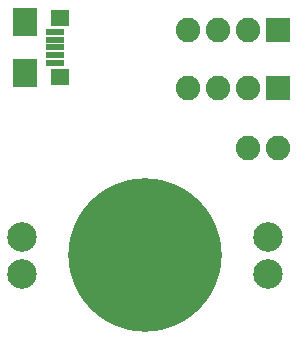
<source format=gts>
G75*
G70*
%OFA0B0*%
%FSLAX24Y24*%
%IPPOS*%
%LPD*%
%AMOC8*
5,1,8,0,0,1.08239X$1,22.5*
%
%ADD10C,0.5119*%
%ADD11C,0.0986*%
%ADD12R,0.0820X0.0820*%
%ADD13C,0.0820*%
%ADD14R,0.0828X0.0926*%
%ADD15R,0.0592X0.0552*%
%ADD16R,0.0611X0.0237*%
D10*
X005100Y003021D03*
D11*
X001006Y002391D03*
X001006Y003612D03*
X009194Y003612D03*
X009194Y002391D03*
D12*
X009549Y008604D03*
X009549Y010533D03*
D13*
X008549Y010533D03*
X007549Y010533D03*
X006549Y010533D03*
X006549Y008604D03*
X007549Y008604D03*
X008549Y008604D03*
X008549Y006596D03*
X009549Y006596D03*
D14*
X001104Y009088D03*
X001104Y010797D03*
D15*
X002285Y010927D03*
X002285Y008958D03*
D16*
X002120Y009431D03*
X002120Y009687D03*
X002120Y009943D03*
X002120Y010198D03*
X002120Y010454D03*
M02*

</source>
